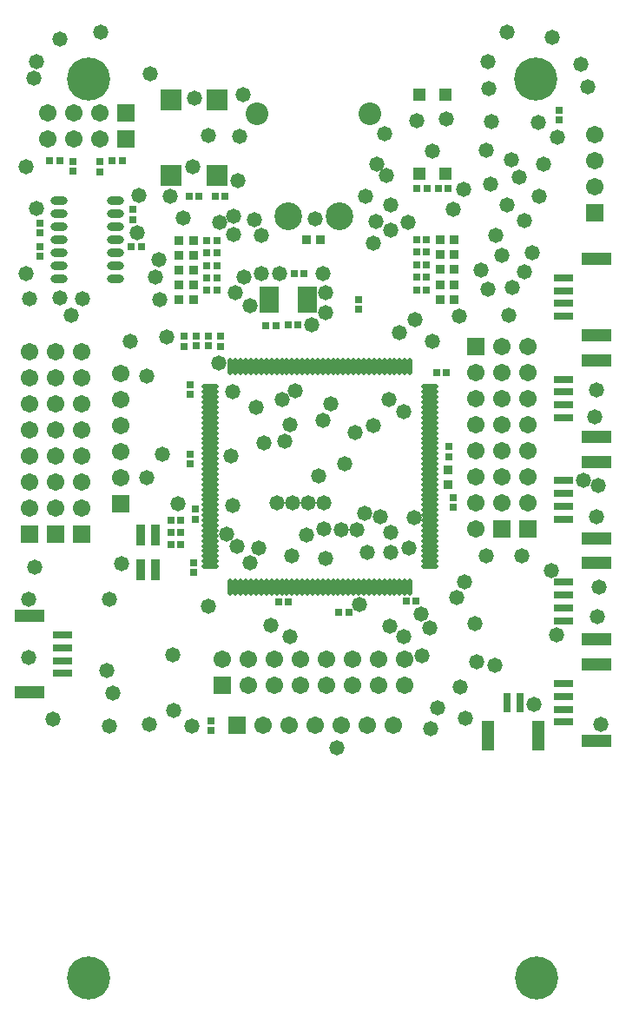
<source format=gts>
G04*
G04 #@! TF.GenerationSoftware,Altium Limited,Altium Designer,19.0.12 (326)*
G04*
G04 Layer_Color=8388736*
%FSLAX25Y25*%
%MOIN*%
G70*
G01*
G75*
%ADD34R,0.04737X0.11430*%
%ADD35R,0.03162X0.07493*%
%ADD36R,0.07493X0.03162*%
%ADD37R,0.11430X0.04737*%
%ADD38R,0.02800X0.03162*%
%ADD39R,0.03162X0.02800*%
%ADD40R,0.05131X0.05131*%
%ADD41O,0.01981X0.06509*%
%ADD42O,0.06509X0.01981*%
%ADD43R,0.03753X0.07887*%
%ADD44R,0.03800X0.03800*%
%ADD45R,0.03800X0.03800*%
%ADD46O,0.06509X0.03162*%
%ADD47R,0.08280X0.08083*%
%ADD48R,0.07493X0.10249*%
%ADD49R,0.06706X0.06706*%
%ADD50C,0.06706*%
%ADD51R,0.06706X0.06706*%
%ADD52C,0.10642*%
%ADD53C,0.08674*%
%ADD54C,0.16548*%
%ADD55C,0.05800*%
D34*
X201673Y122146D02*
D03*
X182185D02*
D03*
D35*
X189469Y134744D02*
D03*
X194390D02*
D03*
D36*
X211202Y283050D02*
D03*
Y287971D02*
D03*
Y297813D02*
D03*
Y292892D02*
D03*
Y244106D02*
D03*
Y249027D02*
D03*
Y258870D02*
D03*
Y253948D02*
D03*
Y166219D02*
D03*
Y171140D02*
D03*
Y180983D02*
D03*
Y176061D02*
D03*
Y127274D02*
D03*
Y132195D02*
D03*
Y142038D02*
D03*
Y137117D02*
D03*
X18898Y160683D02*
D03*
Y155761D02*
D03*
Y145919D02*
D03*
Y150840D02*
D03*
X211202Y205163D02*
D03*
Y210084D02*
D03*
Y219926D02*
D03*
Y215005D02*
D03*
D37*
X223800Y275766D02*
D03*
Y305097D02*
D03*
Y236823D02*
D03*
Y266153D02*
D03*
Y158935D02*
D03*
Y188266D02*
D03*
Y119991D02*
D03*
Y149321D02*
D03*
X6300Y167966D02*
D03*
Y138635D02*
D03*
X223800Y197879D02*
D03*
Y227210D02*
D03*
D38*
X162500Y261561D02*
D03*
X166300D02*
D03*
X154587Y173819D02*
D03*
X150787D02*
D03*
X105654Y173466D02*
D03*
X101854D02*
D03*
X128800Y169466D02*
D03*
X125000D02*
D03*
X158533Y298043D02*
D03*
X154733D02*
D03*
X74300Y312176D02*
D03*
X78100D02*
D03*
X74300Y292954D02*
D03*
X78100D02*
D03*
X158533Y307654D02*
D03*
X154733D02*
D03*
X74300Y307371D02*
D03*
X78100D02*
D03*
X74300Y302565D02*
D03*
X78100D02*
D03*
X64200Y204734D02*
D03*
X60400D02*
D03*
X158533Y302849D02*
D03*
X154733D02*
D03*
X78100Y297760D02*
D03*
X74300D02*
D03*
X158533Y312460D02*
D03*
X154733D02*
D03*
X60400Y195466D02*
D03*
X64200D02*
D03*
X158533Y293237D02*
D03*
X154733D02*
D03*
X155009Y331966D02*
D03*
X158809D02*
D03*
X107800Y299288D02*
D03*
X111600D02*
D03*
X71200Y328966D02*
D03*
X67400D02*
D03*
X105457Y279773D02*
D03*
X109257D02*
D03*
X81200Y328966D02*
D03*
X77400D02*
D03*
X100700Y279466D02*
D03*
X96900D02*
D03*
X37900Y342616D02*
D03*
X41700D02*
D03*
X49100Y309585D02*
D03*
X45300D02*
D03*
X14000Y342616D02*
D03*
X17800D02*
D03*
X163209Y331966D02*
D03*
X167009D02*
D03*
X60400Y200115D02*
D03*
X64200D02*
D03*
D39*
X169021Y213466D02*
D03*
Y209666D02*
D03*
X67800Y226387D02*
D03*
Y230187D02*
D03*
X69300Y184666D02*
D03*
Y188466D02*
D03*
X69931Y205166D02*
D03*
Y208966D02*
D03*
X167175Y232939D02*
D03*
Y229139D02*
D03*
X22800Y338666D02*
D03*
Y342466D02*
D03*
X33300Y338566D02*
D03*
Y342366D02*
D03*
X45800Y323966D02*
D03*
Y320166D02*
D03*
X132491Y289412D02*
D03*
Y285612D02*
D03*
X10300Y318766D02*
D03*
Y314966D02*
D03*
X67800Y253027D02*
D03*
Y256827D02*
D03*
X75800Y127724D02*
D03*
Y123924D02*
D03*
X65564Y275361D02*
D03*
Y271561D02*
D03*
X209670Y362214D02*
D03*
Y358414D02*
D03*
X74884Y275390D02*
D03*
Y271590D02*
D03*
X70200Y275390D02*
D03*
Y271590D02*
D03*
X10300Y309866D02*
D03*
Y306066D02*
D03*
X79580Y275361D02*
D03*
Y271561D02*
D03*
D40*
X166009Y337868D02*
D03*
X156009Y368064D02*
D03*
Y337868D02*
D03*
X166009Y368064D02*
D03*
D41*
X152249Y263690D02*
D03*
X150280D02*
D03*
X148312D02*
D03*
X146343D02*
D03*
X144375D02*
D03*
X142406D02*
D03*
X140438D02*
D03*
X138469D02*
D03*
X136501D02*
D03*
X134532D02*
D03*
X132564D02*
D03*
X130595D02*
D03*
X128627D02*
D03*
X126658D02*
D03*
X124690D02*
D03*
X122721D02*
D03*
X120753D02*
D03*
X118784D02*
D03*
X116816D02*
D03*
X114847D02*
D03*
X112879D02*
D03*
X110910D02*
D03*
X108942D02*
D03*
X106973D02*
D03*
X105005D02*
D03*
X103036D02*
D03*
X101068D02*
D03*
X99099D02*
D03*
X97131D02*
D03*
X95162D02*
D03*
X93194D02*
D03*
X91225D02*
D03*
X89257D02*
D03*
X87288D02*
D03*
X85320D02*
D03*
X83351D02*
D03*
Y179242D02*
D03*
X85320D02*
D03*
X87288D02*
D03*
X89257D02*
D03*
X91225D02*
D03*
X93194D02*
D03*
X95162D02*
D03*
X97131D02*
D03*
X99099D02*
D03*
X101068D02*
D03*
X103036D02*
D03*
X105005D02*
D03*
X106973D02*
D03*
X108942D02*
D03*
X110910D02*
D03*
X112879D02*
D03*
X114847D02*
D03*
X116816D02*
D03*
X118784D02*
D03*
X120753D02*
D03*
X122721D02*
D03*
X124690D02*
D03*
X126658D02*
D03*
X128627D02*
D03*
X130595D02*
D03*
X132564D02*
D03*
X134532D02*
D03*
X136501D02*
D03*
X138469D02*
D03*
X140438D02*
D03*
X142406D02*
D03*
X144375D02*
D03*
X146343D02*
D03*
X148312D02*
D03*
X150280D02*
D03*
X152249D02*
D03*
D42*
X75576Y255915D02*
D03*
Y253946D02*
D03*
Y251978D02*
D03*
Y250009D02*
D03*
Y248041D02*
D03*
Y246072D02*
D03*
Y244104D02*
D03*
Y242135D02*
D03*
Y240167D02*
D03*
Y238198D02*
D03*
Y236230D02*
D03*
Y234261D02*
D03*
Y232293D02*
D03*
Y230324D02*
D03*
Y228356D02*
D03*
Y226387D02*
D03*
Y224419D02*
D03*
Y222450D02*
D03*
Y220482D02*
D03*
Y218513D02*
D03*
Y216545D02*
D03*
Y214576D02*
D03*
Y212608D02*
D03*
Y210639D02*
D03*
Y208671D02*
D03*
Y206702D02*
D03*
Y204734D02*
D03*
Y202765D02*
D03*
Y200797D02*
D03*
Y198828D02*
D03*
Y196860D02*
D03*
Y194891D02*
D03*
Y192923D02*
D03*
Y190954D02*
D03*
Y188986D02*
D03*
Y187017D02*
D03*
X160024D02*
D03*
Y188986D02*
D03*
Y190954D02*
D03*
Y192923D02*
D03*
Y194891D02*
D03*
Y196860D02*
D03*
Y198828D02*
D03*
Y200797D02*
D03*
Y202765D02*
D03*
Y204734D02*
D03*
Y206702D02*
D03*
Y208671D02*
D03*
Y210639D02*
D03*
Y212608D02*
D03*
Y214576D02*
D03*
Y216545D02*
D03*
Y218513D02*
D03*
Y220482D02*
D03*
Y222450D02*
D03*
Y224419D02*
D03*
Y226387D02*
D03*
Y228356D02*
D03*
Y230324D02*
D03*
Y232293D02*
D03*
Y234261D02*
D03*
Y236230D02*
D03*
Y238198D02*
D03*
Y240167D02*
D03*
Y242135D02*
D03*
Y244104D02*
D03*
Y246072D02*
D03*
Y248041D02*
D03*
Y250009D02*
D03*
Y251978D02*
D03*
Y253946D02*
D03*
Y255915D02*
D03*
D43*
X54654Y185773D02*
D03*
Y199159D02*
D03*
X48946D02*
D03*
Y185773D02*
D03*
D44*
X163792Y312460D02*
D03*
X169242Y312453D02*
D03*
X163792Y306711D02*
D03*
X169242Y306705D02*
D03*
X63650Y312058D02*
D03*
X69100Y312051D02*
D03*
Y300731D02*
D03*
X63650Y300738D02*
D03*
X112517Y312466D02*
D03*
X117967Y312460D02*
D03*
X69100Y289412D02*
D03*
X63650Y289418D02*
D03*
X69100Y295072D02*
D03*
X63650Y295078D02*
D03*
X163792Y300963D02*
D03*
X169242Y300957D02*
D03*
X163792Y295215D02*
D03*
X169242Y295208D02*
D03*
X163792Y289466D02*
D03*
X169242Y289460D02*
D03*
X69100Y306392D02*
D03*
X63650Y306398D02*
D03*
D45*
X167015Y223963D02*
D03*
X167009Y218513D02*
D03*
D46*
X39028Y297466D02*
D03*
Y302466D02*
D03*
Y307466D02*
D03*
Y312466D02*
D03*
Y317466D02*
D03*
Y322466D02*
D03*
Y327466D02*
D03*
X17572Y297466D02*
D03*
Y302466D02*
D03*
Y307466D02*
D03*
Y312466D02*
D03*
Y317466D02*
D03*
Y322466D02*
D03*
Y327466D02*
D03*
D47*
X60583Y337029D02*
D03*
X78300Y365966D02*
D03*
Y337029D02*
D03*
X60583Y365966D02*
D03*
D48*
X112741Y289466D02*
D03*
X98174D02*
D03*
D49*
X197469Y201561D02*
D03*
X41300Y210966D02*
D03*
X26266Y199417D02*
D03*
X177469Y271561D02*
D03*
X187469Y201561D02*
D03*
X16028Y199466D02*
D03*
X6266Y199417D02*
D03*
X223154Y322824D02*
D03*
D50*
X197469Y211561D02*
D03*
Y221561D02*
D03*
Y231561D02*
D03*
Y241561D02*
D03*
Y251561D02*
D03*
Y261561D02*
D03*
Y271561D02*
D03*
X13300Y360966D02*
D03*
X23300D02*
D03*
X33300D02*
D03*
X41300Y220966D02*
D03*
Y230966D02*
D03*
Y240966D02*
D03*
Y250966D02*
D03*
Y260966D02*
D03*
X13300Y350966D02*
D03*
X23300D02*
D03*
X33300D02*
D03*
X80300Y151466D02*
D03*
X90300Y141466D02*
D03*
Y151466D02*
D03*
X100300Y141466D02*
D03*
Y151466D02*
D03*
X110300Y141466D02*
D03*
Y151466D02*
D03*
X120300Y141466D02*
D03*
Y151466D02*
D03*
X130300Y141466D02*
D03*
Y151466D02*
D03*
X140300Y141466D02*
D03*
Y151466D02*
D03*
X150300Y141466D02*
D03*
Y151466D02*
D03*
X26266Y269417D02*
D03*
Y259417D02*
D03*
Y249417D02*
D03*
Y239417D02*
D03*
Y229417D02*
D03*
Y219417D02*
D03*
Y209417D02*
D03*
X177469Y261561D02*
D03*
Y251561D02*
D03*
Y241561D02*
D03*
Y231561D02*
D03*
Y221561D02*
D03*
Y211561D02*
D03*
Y201561D02*
D03*
X187469Y211561D02*
D03*
Y221561D02*
D03*
Y231561D02*
D03*
Y241561D02*
D03*
Y251561D02*
D03*
Y261561D02*
D03*
Y271561D02*
D03*
X16028Y209466D02*
D03*
Y219466D02*
D03*
Y229466D02*
D03*
Y239466D02*
D03*
Y249466D02*
D03*
Y259466D02*
D03*
Y269466D02*
D03*
X105800Y125966D02*
D03*
X95800D02*
D03*
X115800D02*
D03*
X125800D02*
D03*
X135800D02*
D03*
X145800D02*
D03*
X6266Y209417D02*
D03*
Y219417D02*
D03*
Y229417D02*
D03*
Y239417D02*
D03*
Y249417D02*
D03*
Y259417D02*
D03*
Y269417D02*
D03*
X223154Y352824D02*
D03*
Y342824D02*
D03*
Y332824D02*
D03*
D51*
X43300Y360966D02*
D03*
Y350966D02*
D03*
X80300Y141466D02*
D03*
X85800Y125966D02*
D03*
D52*
X125143Y321281D02*
D03*
X105457D02*
D03*
D53*
X136954Y360651D02*
D03*
X93646D02*
D03*
D54*
X200615Y373927D02*
D03*
X201009Y29045D02*
D03*
X28961D02*
D03*
X28961Y373927D02*
D03*
D55*
X199824Y134055D02*
D03*
X144882Y316142D02*
D03*
X139370Y341535D02*
D03*
X142421Y352953D02*
D03*
X154733Y358233D02*
D03*
X166300Y358858D02*
D03*
X183563Y357776D02*
D03*
X201673Y357283D02*
D03*
X156622Y168602D02*
D03*
X159843Y163287D02*
D03*
X151800Y193966D02*
D03*
X149705Y246555D02*
D03*
X144095Y250966D02*
D03*
X93307Y248228D02*
D03*
X51083Y221063D02*
D03*
X57185Y230020D02*
D03*
X190354Y283465D02*
D03*
X191535Y294193D02*
D03*
X179429Y300787D02*
D03*
X151476Y319094D02*
D03*
X138287Y310925D02*
D03*
X144783Y325787D02*
D03*
X139075Y319488D02*
D03*
X135335Y329134D02*
D03*
X88090Y368012D02*
D03*
X69390Y366831D02*
D03*
X79232Y318996D02*
D03*
X65203Y320669D02*
D03*
X86319Y334941D02*
D03*
X95177Y314075D02*
D03*
X84646Y321366D02*
D03*
X92618Y320177D02*
D03*
X84449Y314567D02*
D03*
X55807Y304724D02*
D03*
X54429Y298130D02*
D03*
X26575Y289665D02*
D03*
X17815Y289961D02*
D03*
X6299Y289665D02*
D03*
X4724Y299288D02*
D03*
Y340354D02*
D03*
X7972Y374311D02*
D03*
X8760Y380906D02*
D03*
X18012Y389370D02*
D03*
X33563Y391929D02*
D03*
X52559Y376083D02*
D03*
X182087Y380610D02*
D03*
X220472Y371063D02*
D03*
X217717Y379626D02*
D03*
X206988Y390158D02*
D03*
X189370Y392126D02*
D03*
X182677Y370571D02*
D03*
X201969Y329232D02*
D03*
X183169Y333760D02*
D03*
X185138Y314173D02*
D03*
X181398Y346752D02*
D03*
X191142Y343025D02*
D03*
X203642Y341535D02*
D03*
X194193Y336516D02*
D03*
X189370Y325787D02*
D03*
X196161Y319685D02*
D03*
X199213Y307480D02*
D03*
X196161Y300197D02*
D03*
X187598Y306496D02*
D03*
X182087Y293406D02*
D03*
X148327Y276673D02*
D03*
X154035Y281890D02*
D03*
X171063Y283169D02*
D03*
X223721Y254626D02*
D03*
X223228Y244291D02*
D03*
X224508Y218012D02*
D03*
X223721Y205966D02*
D03*
X225000Y178937D02*
D03*
X117028Y221763D02*
D03*
X83661Y229528D02*
D03*
X127264Y226279D02*
D03*
X181398Y191240D02*
D03*
X195177D02*
D03*
X224213Y167866D02*
D03*
X208661Y160630D02*
D03*
X225394Y126575D02*
D03*
X171653Y140847D02*
D03*
X173524Y128839D02*
D03*
X162755Y132776D02*
D03*
X160274Y124705D02*
D03*
X61455Y131595D02*
D03*
X6004Y174311D02*
D03*
X5807Y152165D02*
D03*
X52121Y126378D02*
D03*
X15157Y128347D02*
D03*
X35728Y147047D02*
D03*
X38189Y138287D02*
D03*
X36909Y125886D02*
D03*
X74729Y352372D02*
D03*
X86737Y352076D02*
D03*
X208784Y351781D02*
D03*
X90800Y188466D02*
D03*
X85800Y194661D02*
D03*
X106800Y190966D02*
D03*
X112517Y199159D02*
D03*
X113300Y211561D02*
D03*
X119300Y201561D02*
D03*
Y211561D02*
D03*
X131800Y201203D02*
D03*
X135800Y192466D02*
D03*
X125800Y200966D02*
D03*
X107301Y211561D02*
D03*
X101246Y211466D02*
D03*
X119800Y189966D02*
D03*
X124300Y117466D02*
D03*
X157000Y152766D02*
D03*
X98900Y164566D02*
D03*
X133000Y172566D02*
D03*
X153900Y205866D02*
D03*
X74800Y171761D02*
D03*
X149800Y159966D02*
D03*
X144409Y163966D02*
D03*
X81800Y199466D02*
D03*
X94300Y193966D02*
D03*
X106300Y159966D02*
D03*
X68372Y125738D02*
D03*
X173300Y180966D02*
D03*
X118800Y242966D02*
D03*
X138300Y240966D02*
D03*
X131300Y238466D02*
D03*
X121800Y249466D02*
D03*
X108034Y254466D02*
D03*
X106300Y241466D02*
D03*
X96100Y234261D02*
D03*
X104243Y234966D02*
D03*
X103300Y250966D02*
D03*
X168800Y323966D02*
D03*
X218800Y219966D02*
D03*
X206655Y185466D02*
D03*
X61300Y152966D02*
D03*
X36800Y174466D02*
D03*
X41509Y187913D02*
D03*
X8300Y186749D02*
D03*
X22300Y283466D02*
D03*
X63300Y211244D02*
D03*
X44800Y273466D02*
D03*
X160800D02*
D03*
X78909Y264966D02*
D03*
X58800Y274966D02*
D03*
X51300Y259966D02*
D03*
X56300Y289466D02*
D03*
X85040Y291966D02*
D03*
X88405Y297966D02*
D03*
X95300Y299288D02*
D03*
X102300D02*
D03*
X119800Y291966D02*
D03*
X118800Y299288D02*
D03*
X48300Y329466D02*
D03*
X143300Y336966D02*
D03*
X84279Y210566D02*
D03*
X144800Y192466D02*
D03*
Y199966D02*
D03*
X140800Y205966D02*
D03*
X134972Y207543D02*
D03*
X170300Y174966D02*
D03*
X84300Y253946D02*
D03*
X114548Y279591D02*
D03*
X177800Y150466D02*
D03*
X184800Y148966D02*
D03*
X90800Y286966D02*
D03*
X177290Y164966D02*
D03*
X47500Y314966D02*
D03*
X8800Y324466D02*
D03*
X172800Y331861D02*
D03*
X60300Y329147D02*
D03*
X119800Y284466D02*
D03*
X161009Y346466D02*
D03*
X68800Y340466D02*
D03*
X115800Y320466D02*
D03*
M02*

</source>
